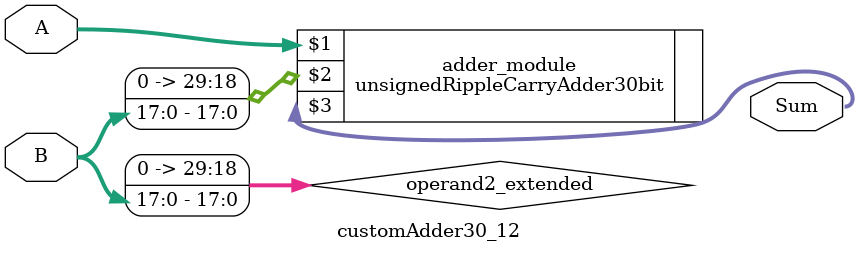
<source format=v>

module customAdder30_12(
                    input [29 : 0] A,
                    input [17 : 0] B,
                    
                    output [30 : 0] Sum
            );

    wire [29 : 0] operand2_extended;
    
    assign operand2_extended =  {12'b0, B};
    
    unsignedRippleCarryAdder30bit adder_module(
        A,
        operand2_extended,
        Sum
    );
    
endmodule
        
</source>
